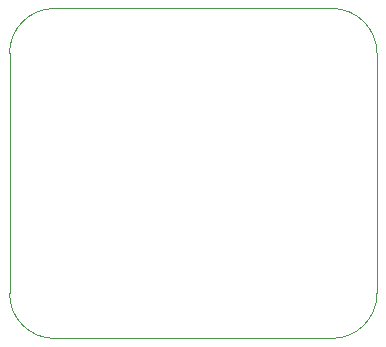
<source format=gbr>
%TF.GenerationSoftware,KiCad,Pcbnew,5.1.6-c6e7f7d~87~ubuntu18.04.1*%
%TF.CreationDate,2020-08-02T22:12:59+02:00*%
%TF.ProjectId,ad9834_eval,61643938-3334-45f6-9576-616c2e6b6963,rev?*%
%TF.SameCoordinates,Original*%
%TF.FileFunction,Profile,NP*%
%FSLAX46Y46*%
G04 Gerber Fmt 4.6, Leading zero omitted, Abs format (unit mm)*
G04 Created by KiCad (PCBNEW 5.1.6-c6e7f7d~87~ubuntu18.04.1) date 2020-08-02 22:12:59*
%MOMM*%
%LPD*%
G01*
G04 APERTURE LIST*
%TA.AperFunction,Profile*%
%ADD10C,0.050000*%
%TD*%
G04 APERTURE END LIST*
D10*
X71120000Y-73660000D02*
G75*
G02*
X74930000Y-69850000I3810000J0D01*
G01*
X98425000Y-69850000D02*
G75*
G02*
X102235000Y-73660000I0J-3810000D01*
G01*
X102235000Y-93980000D02*
G75*
G02*
X98425000Y-97790000I-3810000J0D01*
G01*
X74930000Y-97790000D02*
G75*
G02*
X71120000Y-93980000I0J3810000D01*
G01*
X98425000Y-69850000D02*
X74930000Y-69850000D01*
X102235000Y-93980000D02*
X102235000Y-73660000D01*
X74930000Y-97790000D02*
X98425000Y-97790000D01*
X71120000Y-73660000D02*
X71120000Y-93980000D01*
M02*

</source>
